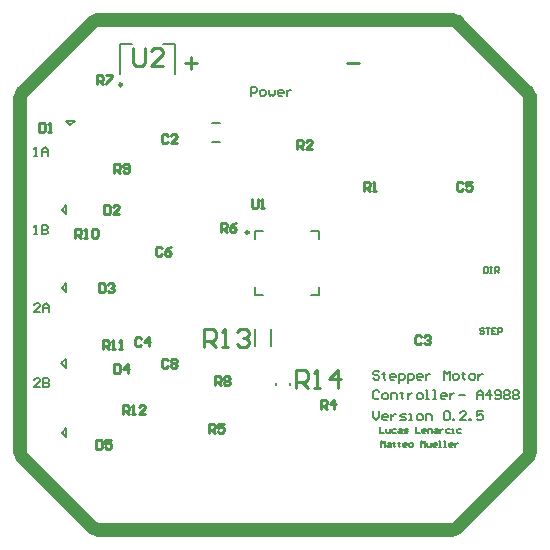
<source format=gto>
G04*
G04 #@! TF.GenerationSoftware,Altium Limited,Altium Designer,22.2.1 (43)*
G04*
G04 Layer_Color=65535*
%FSLAX25Y25*%
%MOIN*%
G70*
G04*
G04 #@! TF.SameCoordinates,E3E267CE-3B28-4E7D-86E6-9DA55300F0EE*
G04*
G04*
G04 #@! TF.FilePolarity,Positive*
G04*
G01*
G75*
%ADD10C,0.00984*%
%ADD11C,0.00787*%
%ADD12C,0.00800*%
%ADD13C,0.00600*%
%ADD14C,0.01000*%
%ADD15C,0.04724*%
D10*
X248092Y413700D02*
G03*
X248092Y413700I-492J0D01*
G01*
X290354Y364469D02*
G03*
X290354Y364469I-492J0D01*
G01*
D11*
X297802Y326501D02*
Y332299D01*
X292398Y326501D02*
Y332299D01*
X304261Y313606D02*
Y314394D01*
X299339Y313606D02*
Y314394D01*
X247545Y417172D02*
Y427409D01*
X251285D01*
X265655Y417172D02*
Y427409D01*
X261915D02*
X265655D01*
X292421Y343602D02*
X295079D01*
X292421D02*
Y346260D01*
X311221Y343602D02*
X313878D01*
Y346260D01*
Y362402D02*
Y365059D01*
X311221D02*
X313878D01*
X292421D02*
X295079D01*
X292421Y362402D02*
Y365059D01*
X278150Y400787D02*
X280906D01*
X278150Y394488D02*
X280906D01*
D12*
X229500Y296200D02*
Y299200D01*
X228000Y297700D02*
X229500Y299200D01*
X228000Y297700D02*
X229500Y296200D01*
Y370500D02*
Y373500D01*
X228000Y372000D02*
X229500Y373500D01*
X228000Y372000D02*
X229500Y370500D01*
X229400Y319400D02*
Y322400D01*
X227900Y320900D02*
X229400Y322400D01*
X227900Y320900D02*
X229400Y319400D01*
X229500Y344500D02*
Y347500D01*
X228000Y346000D02*
X229500Y347500D01*
X228000Y346000D02*
X229500Y344500D01*
X229300Y401700D02*
X232300D01*
X229300D02*
X230800Y400200D01*
X232300Y401700D01*
X333799Y317818D02*
X333299Y318318D01*
X332300D01*
X331800Y317818D01*
Y317318D01*
X332300Y316818D01*
X333299D01*
X333799Y316318D01*
Y315818D01*
X333299Y315318D01*
X332300D01*
X331800Y315818D01*
X335299Y317818D02*
Y317318D01*
X334799D01*
X335799D01*
X335299D01*
Y315818D01*
X335799Y315318D01*
X338798D02*
X337798D01*
X337298Y315818D01*
Y316818D01*
X337798Y317318D01*
X338798D01*
X339298Y316818D01*
Y316318D01*
X337298D01*
X340297Y314319D02*
Y317318D01*
X341797D01*
X342297Y316818D01*
Y315818D01*
X341797Y315318D01*
X340297D01*
X343296Y314319D02*
Y317318D01*
X344796D01*
X345296Y316818D01*
Y315818D01*
X344796Y315318D01*
X343296D01*
X347795D02*
X346795D01*
X346295Y315818D01*
Y316818D01*
X346795Y317318D01*
X347795D01*
X348295Y316818D01*
Y316318D01*
X346295D01*
X349294Y317318D02*
Y315318D01*
Y316318D01*
X349794Y316818D01*
X350294Y317318D01*
X350794D01*
X355292Y315318D02*
Y318318D01*
X356292Y317318D01*
X357292Y318318D01*
Y315318D01*
X358791D02*
X359791D01*
X360291Y315818D01*
Y316818D01*
X359791Y317318D01*
X358791D01*
X358291Y316818D01*
Y315818D01*
X358791Y315318D01*
X361790Y317818D02*
Y317318D01*
X361291D01*
X362290D01*
X361790D01*
Y315818D01*
X362290Y315318D01*
X364289D02*
X365289D01*
X365789Y315818D01*
Y316818D01*
X365289Y317318D01*
X364289D01*
X363790Y316818D01*
Y315818D01*
X364289Y315318D01*
X366789Y317318D02*
Y315318D01*
Y316318D01*
X367288Y316818D01*
X367788Y317318D01*
X368288D01*
X333799Y311299D02*
X333299Y311799D01*
X332300D01*
X331800Y311299D01*
Y309300D01*
X332300Y308800D01*
X333299D01*
X333799Y309300D01*
X335299Y308800D02*
X336298D01*
X336798Y309300D01*
Y310299D01*
X336298Y310799D01*
X335299D01*
X334799Y310299D01*
Y309300D01*
X335299Y308800D01*
X337798D02*
Y310799D01*
X339298D01*
X339797Y310299D01*
Y308800D01*
X341297Y311299D02*
Y310799D01*
X340797D01*
X341797D01*
X341297D01*
Y309300D01*
X341797Y308800D01*
X343296Y310799D02*
Y308800D01*
Y309800D01*
X343796Y310299D01*
X344296Y310799D01*
X344796D01*
X346795Y308800D02*
X347795D01*
X348295Y309300D01*
Y310299D01*
X347795Y310799D01*
X346795D01*
X346295Y310299D01*
Y309300D01*
X346795Y308800D01*
X349294D02*
X350294D01*
X349794D01*
Y311799D01*
X349294D01*
X351794Y308800D02*
X352793D01*
X352293D01*
Y311799D01*
X351794D01*
X355792Y308800D02*
X354793D01*
X354293Y309300D01*
Y310299D01*
X354793Y310799D01*
X355792D01*
X356292Y310299D01*
Y309800D01*
X354293D01*
X357292Y310799D02*
Y308800D01*
Y309800D01*
X357792Y310299D01*
X358291Y310799D01*
X358791D01*
X360291Y310299D02*
X362290D01*
X366289Y308800D02*
Y310799D01*
X367288Y311799D01*
X368288Y310799D01*
Y308800D01*
Y310299D01*
X366289D01*
X370787Y308800D02*
Y311799D01*
X369288Y310299D01*
X371287D01*
X372287Y309300D02*
X372787Y308800D01*
X373786D01*
X374286Y309300D01*
Y311299D01*
X373786Y311799D01*
X372787D01*
X372287Y311299D01*
Y310799D01*
X372787Y310299D01*
X374286D01*
X375286Y311299D02*
X375786Y311799D01*
X376785D01*
X377285Y311299D01*
Y310799D01*
X376785Y310299D01*
X377285Y309800D01*
Y309300D01*
X376785Y308800D01*
X375786D01*
X375286Y309300D01*
Y309800D01*
X375786Y310299D01*
X375286Y310799D01*
Y311299D01*
X375786Y310299D02*
X376785D01*
X378285Y311299D02*
X378785Y311799D01*
X379784D01*
X380284Y311299D01*
Y310799D01*
X379784Y310299D01*
X380284Y309800D01*
Y309300D01*
X379784Y308800D01*
X378785D01*
X378285Y309300D01*
Y309800D01*
X378785Y310299D01*
X378285Y310799D01*
Y311299D01*
X378785Y310299D02*
X379784D01*
X331800Y304799D02*
Y302800D01*
X332800Y301800D01*
X333799Y302800D01*
Y304799D01*
X336298Y301800D02*
X335299D01*
X334799Y302300D01*
Y303299D01*
X335299Y303799D01*
X336298D01*
X336798Y303299D01*
Y302800D01*
X334799D01*
X337798Y303799D02*
Y301800D01*
Y302800D01*
X338298Y303299D01*
X338798Y303799D01*
X339298D01*
X340797Y301800D02*
X342297D01*
X342796Y302300D01*
X342297Y302800D01*
X341297D01*
X340797Y303299D01*
X341297Y303799D01*
X342796D01*
X343796Y301800D02*
X344796D01*
X344296D01*
Y303799D01*
X343796D01*
X346795Y301800D02*
X347795D01*
X348295Y302300D01*
Y303299D01*
X347795Y303799D01*
X346795D01*
X346295Y303299D01*
Y302300D01*
X346795Y301800D01*
X349294D02*
Y303799D01*
X350794D01*
X351294Y303299D01*
Y301800D01*
X355292Y304299D02*
X355792Y304799D01*
X356792D01*
X357292Y304299D01*
Y302300D01*
X356792Y301800D01*
X355792D01*
X355292Y302300D01*
Y304299D01*
X358291Y301800D02*
Y302300D01*
X358791D01*
Y301800D01*
X358291D01*
X362790D02*
X360791D01*
X362790Y303799D01*
Y304299D01*
X362290Y304799D01*
X361291D01*
X360791Y304299D01*
X363790Y301800D02*
Y302300D01*
X364289D01*
Y301800D01*
X363790D01*
X368288Y304799D02*
X366289D01*
Y303299D01*
X367288Y303799D01*
X367788D01*
X368288Y303299D01*
Y302300D01*
X367788Y301800D01*
X366789D01*
X366289Y302300D01*
X220799Y312800D02*
X218800D01*
X220799Y314799D01*
Y315299D01*
X220300Y315799D01*
X219300D01*
X218800Y315299D01*
X221799Y315799D02*
Y312800D01*
X223299D01*
X223798Y313300D01*
Y313800D01*
X223299Y314300D01*
X221799D01*
X223299D01*
X223798Y314799D01*
Y315299D01*
X223299Y315799D01*
X221799D01*
X220799Y337800D02*
X218800D01*
X220799Y339799D01*
Y340299D01*
X220300Y340799D01*
X219300D01*
X218800Y340299D01*
X221799Y337800D02*
Y339799D01*
X222799Y340799D01*
X223798Y339799D01*
Y337800D01*
Y339300D01*
X221799D01*
X218800Y363800D02*
X219800D01*
X219300D01*
Y366799D01*
X218800Y366299D01*
X221299Y366799D02*
Y363800D01*
X222799D01*
X223299Y364300D01*
Y364800D01*
X222799Y365300D01*
X221299D01*
X222799D01*
X223299Y365799D01*
Y366299D01*
X222799Y366799D01*
X221299D01*
X218800Y389800D02*
X219800D01*
X219300D01*
Y392799D01*
X218800Y392299D01*
X221299Y389800D02*
Y391799D01*
X222299Y392799D01*
X223299Y391799D01*
Y389800D01*
Y391300D01*
X221299D01*
X368800Y352799D02*
Y350800D01*
X369800D01*
X370133Y351133D01*
Y352466D01*
X369800Y352799D01*
X368800D01*
X370799D02*
X371466D01*
X371133D01*
Y350800D01*
X370799D01*
X371466D01*
X372465D02*
Y352799D01*
X373465D01*
X373798Y352466D01*
Y351800D01*
X373465Y351466D01*
X372465D01*
X373132D02*
X373798Y350800D01*
X291000Y410100D02*
Y413099D01*
X292499D01*
X292999Y412599D01*
Y411599D01*
X292499Y411100D01*
X291000D01*
X294499Y410100D02*
X295498D01*
X295998Y410600D01*
Y411599D01*
X295498Y412099D01*
X294499D01*
X293999Y411599D01*
Y410600D01*
X294499Y410100D01*
X296998Y412099D02*
Y410600D01*
X297498Y410100D01*
X297998Y410600D01*
X298498Y410100D01*
X298997Y410600D01*
Y412099D01*
X301497Y410100D02*
X300497D01*
X299997Y410600D01*
Y411599D01*
X300497Y412099D01*
X301497D01*
X301996Y411599D01*
Y411100D01*
X299997D01*
X302996Y412099D02*
Y410100D01*
Y411100D01*
X303496Y411599D01*
X303996Y412099D01*
X304496D01*
D13*
X334300Y293100D02*
Y295099D01*
X334966Y294433D01*
X335633Y295099D01*
Y293100D01*
X336633Y294433D02*
X337299D01*
X337632Y294100D01*
Y293100D01*
X336633D01*
X336299Y293433D01*
X336633Y293766D01*
X337632D01*
X338632Y294766D02*
Y294433D01*
X338299D01*
X338965D01*
X338632D01*
Y293433D01*
X338965Y293100D01*
X340298Y294766D02*
Y294433D01*
X339965D01*
X340631D01*
X340298D01*
Y293433D01*
X340631Y293100D01*
X342631D02*
X341964D01*
X341631Y293433D01*
Y294100D01*
X341964Y294433D01*
X342631D01*
X342964Y294100D01*
Y293766D01*
X341631D01*
X343964Y293100D02*
X344630D01*
X344963Y293433D01*
Y294100D01*
X344630Y294433D01*
X343964D01*
X343630Y294100D01*
Y293433D01*
X343964Y293100D01*
X347629D02*
Y295099D01*
X348295Y294433D01*
X348962Y295099D01*
Y293100D01*
X349628Y294433D02*
Y293433D01*
X349962Y293100D01*
X350961D01*
Y294433D01*
X352627Y293100D02*
X351961D01*
X351628Y293433D01*
Y294100D01*
X351961Y294433D01*
X352627D01*
X352961Y294100D01*
Y293766D01*
X351628D01*
X353627Y293100D02*
X354293D01*
X353960D01*
Y295099D01*
X353627D01*
X355293Y293100D02*
X355960D01*
X355626D01*
Y295099D01*
X355293D01*
X357959Y293100D02*
X357293D01*
X356959Y293433D01*
Y294100D01*
X357293Y294433D01*
X357959D01*
X358292Y294100D01*
Y293766D01*
X356959D01*
X358959Y294433D02*
Y293100D01*
Y293766D01*
X359292Y294100D01*
X359625Y294433D01*
X359958D01*
X334000Y299499D02*
Y297500D01*
X335333D01*
X335999Y298833D02*
Y297833D01*
X336333Y297500D01*
X337332D01*
Y298833D01*
X339332D02*
X338332D01*
X337999Y298500D01*
Y297833D01*
X338332Y297500D01*
X339332D01*
X340331Y298833D02*
X340998D01*
X341331Y298500D01*
Y297500D01*
X340331D01*
X339998Y297833D01*
X340331Y298166D01*
X341331D01*
X341997Y297500D02*
X342997D01*
X343330Y297833D01*
X342997Y298166D01*
X342331D01*
X341997Y298500D01*
X342331Y298833D01*
X343330D01*
X345996Y299499D02*
Y297500D01*
X347329D01*
X348995D02*
X348329D01*
X347995Y297833D01*
Y298500D01*
X348329Y298833D01*
X348995D01*
X349328Y298500D01*
Y298166D01*
X347995D01*
X349995Y297500D02*
Y298833D01*
X350994D01*
X351328Y298500D01*
Y297500D01*
X352327Y298833D02*
X352994D01*
X353327Y298500D01*
Y297500D01*
X352327D01*
X351994Y297833D01*
X352327Y298166D01*
X353327D01*
X353994Y298833D02*
Y297500D01*
Y298166D01*
X354327Y298500D01*
X354660Y298833D01*
X354993D01*
X357326D02*
X356326D01*
X355993Y298500D01*
Y297833D01*
X356326Y297500D01*
X357326D01*
X357992D02*
X358659D01*
X358325D01*
Y298833D01*
X357992D01*
X360991D02*
X359992D01*
X359658Y298500D01*
Y297833D01*
X359992Y297500D01*
X360991D01*
X368933Y332266D02*
X368600Y332599D01*
X367933D01*
X367600Y332266D01*
Y331933D01*
X367933Y331600D01*
X368600D01*
X368933Y331266D01*
Y330933D01*
X368600Y330600D01*
X367933D01*
X367600Y330933D01*
X369599Y332599D02*
X370932D01*
X370266D01*
Y330600D01*
X372932Y332599D02*
X371599D01*
Y330600D01*
X372932D01*
X371599Y331600D02*
X372265D01*
X373598Y330600D02*
Y332599D01*
X374598D01*
X374931Y332266D01*
Y331600D01*
X374598Y331266D01*
X373598D01*
D14*
X323000Y421000D02*
X326999D01*
X269000Y420999D02*
X272999D01*
X270999Y422999D02*
Y419000D01*
X275302Y326201D02*
Y332199D01*
X278302D01*
X279301Y331199D01*
Y329200D01*
X278302Y328200D01*
X275302D01*
X277302D02*
X279301Y326201D01*
X281300D02*
X283300D01*
X282300D01*
Y332199D01*
X281300Y331199D01*
X286299D02*
X287298Y332199D01*
X289298D01*
X290298Y331199D01*
Y330200D01*
X289298Y329200D01*
X288298D01*
X289298D01*
X290298Y328200D01*
Y327201D01*
X289298Y326201D01*
X287298D01*
X286299Y327201D01*
X306102Y312701D02*
Y318699D01*
X309102D01*
X310101Y317699D01*
Y315700D01*
X309102Y314700D01*
X306102D01*
X308102D02*
X310101Y312701D01*
X312101D02*
X314100D01*
X313100D01*
Y318699D01*
X312101Y317699D01*
X320098Y312701D02*
Y318699D01*
X317099Y315700D01*
X321098D01*
X251702Y425999D02*
Y421001D01*
X252701Y420001D01*
X254701D01*
X255700Y421001D01*
Y425999D01*
X261698Y420001D02*
X257700D01*
X261698Y424000D01*
Y424999D01*
X260699Y425999D01*
X258699D01*
X257700Y424999D01*
X248351Y303901D02*
Y306899D01*
X249851D01*
X250351Y306400D01*
Y305400D01*
X249851Y304900D01*
X248351D01*
X249351D02*
X250351Y303901D01*
X251350D02*
X252350D01*
X251850D01*
Y306899D01*
X251350Y306400D01*
X255849Y303901D02*
X253849D01*
X255849Y305900D01*
Y306400D01*
X255349Y306899D01*
X254349D01*
X253849Y306400D01*
X241751Y325500D02*
Y328500D01*
X243251D01*
X243750Y328000D01*
Y327000D01*
X243251Y326500D01*
X241751D01*
X242751D02*
X243750Y325500D01*
X244750D02*
X245750D01*
X245250D01*
Y328500D01*
X244750Y328000D01*
X247249Y325500D02*
X248249D01*
X247749D01*
Y328500D01*
X247249Y328000D01*
X232472Y362674D02*
Y365673D01*
X233971D01*
X234471Y365173D01*
Y364173D01*
X233971Y363673D01*
X232472D01*
X233471D02*
X234471Y362674D01*
X235471D02*
X236470D01*
X235971D01*
Y365673D01*
X235471Y365173D01*
X237970D02*
X238470Y365673D01*
X239469D01*
X239969Y365173D01*
Y363174D01*
X239469Y362674D01*
X238470D01*
X237970Y363174D01*
Y365173D01*
X245532Y384327D02*
Y387326D01*
X247032D01*
X247532Y386826D01*
Y385827D01*
X247032Y385327D01*
X245532D01*
X246532D02*
X247532Y384327D01*
X248531Y384827D02*
X249031Y384327D01*
X250031D01*
X250531Y384827D01*
Y386826D01*
X250031Y387326D01*
X249031D01*
X248531Y386826D01*
Y386327D01*
X249031Y385827D01*
X250531D01*
X239627Y413855D02*
Y416854D01*
X241126D01*
X241626Y416354D01*
Y415354D01*
X241126Y414854D01*
X239627D01*
X240627D02*
X241626Y413855D01*
X242626Y416854D02*
X244625D01*
Y416354D01*
X242626Y414355D01*
Y413855D01*
X239501Y295300D02*
Y292301D01*
X241000D01*
X241500Y292800D01*
Y294800D01*
X241000Y295300D01*
X239501D01*
X244499D02*
X242500D01*
Y293800D01*
X243499Y294300D01*
X243999D01*
X244499Y293800D01*
Y292800D01*
X243999Y292301D01*
X243000D01*
X242500Y292800D01*
X245501Y320499D02*
Y317500D01*
X247000D01*
X247500Y318000D01*
Y320000D01*
X247000Y320499D01*
X245501D01*
X249999Y317500D02*
Y320499D01*
X248500Y319000D01*
X250499D01*
X240280Y347499D02*
Y344500D01*
X241780D01*
X242280Y345000D01*
Y347000D01*
X241780Y347499D01*
X240280D01*
X243279Y347000D02*
X243779Y347499D01*
X244779D01*
X245279Y347000D01*
Y346500D01*
X244779Y346000D01*
X244279D01*
X244779D01*
X245279Y345500D01*
Y345000D01*
X244779Y344500D01*
X243779D01*
X243279Y345000D01*
X242249Y373499D02*
Y370500D01*
X243748D01*
X244248Y371000D01*
Y373000D01*
X243748Y373499D01*
X242249D01*
X247247Y370500D02*
X245248D01*
X247247Y372500D01*
Y373000D01*
X246747Y373499D01*
X245748D01*
X245248Y373000D01*
X220442Y401106D02*
Y398107D01*
X221941D01*
X222441Y398607D01*
Y400606D01*
X221941Y401106D01*
X220442D01*
X223441Y398107D02*
X224440D01*
X223940D01*
Y401106D01*
X223441Y400606D01*
X291308Y375515D02*
Y373016D01*
X291808Y372516D01*
X292807D01*
X293307Y373016D01*
Y375515D01*
X294307Y372516D02*
X295306D01*
X294807D01*
Y375515D01*
X294307Y375015D01*
X278997Y313461D02*
Y316460D01*
X280496D01*
X280996Y315960D01*
Y314961D01*
X280496Y314461D01*
X278997D01*
X279996D02*
X280996Y313461D01*
X281996Y315960D02*
X282496Y316460D01*
X283495D01*
X283995Y315960D01*
Y315460D01*
X283495Y314961D01*
X283995Y314461D01*
Y313961D01*
X283495Y313461D01*
X282496D01*
X281996Y313961D01*
Y314461D01*
X282496Y314961D01*
X281996Y315460D01*
Y315960D01*
X282496Y314961D02*
X283495D01*
X280965Y364642D02*
Y367641D01*
X282465D01*
X282965Y367141D01*
Y366142D01*
X282465Y365642D01*
X280965D01*
X281965D02*
X282965Y364642D01*
X285964Y367641D02*
X284964Y367141D01*
X283964Y366142D01*
Y365142D01*
X284464Y364642D01*
X285464D01*
X285964Y365142D01*
Y365642D01*
X285464Y366142D01*
X283964D01*
X277028Y297713D02*
Y300712D01*
X278528D01*
X279028Y300212D01*
Y299213D01*
X278528Y298713D01*
X277028D01*
X278028D02*
X279028Y297713D01*
X282027Y300712D02*
X280027D01*
Y299213D01*
X281027Y299712D01*
X281527D01*
X282027Y299213D01*
Y298213D01*
X281527Y297713D01*
X280527D01*
X280027Y298213D01*
X314401Y305700D02*
Y308699D01*
X315900D01*
X316400Y308200D01*
Y307200D01*
X315900Y306700D01*
X314401D01*
X315401D02*
X316400Y305700D01*
X318899D02*
Y308699D01*
X317400Y307200D01*
X319399D01*
X306556Y392201D02*
Y395200D01*
X308055D01*
X308555Y394701D01*
Y393701D01*
X308055Y393201D01*
X306556D01*
X307556D02*
X308555Y392201D01*
X311554D02*
X309555D01*
X311554Y394201D01*
Y394701D01*
X311054Y395200D01*
X310055D01*
X309555Y394701D01*
X328709Y378422D02*
Y381421D01*
X330209D01*
X330709Y380921D01*
Y379921D01*
X330209Y379421D01*
X328709D01*
X329709D02*
X330709Y378422D01*
X331708D02*
X332708D01*
X332208D01*
Y381421D01*
X331708Y380921D01*
X263299Y321899D02*
X262800Y322399D01*
X261800D01*
X261300Y321899D01*
Y319900D01*
X261800Y319400D01*
X262800D01*
X263299Y319900D01*
X264299Y321899D02*
X264799Y322399D01*
X265798D01*
X266298Y321899D01*
Y321399D01*
X265798Y320900D01*
X266298Y320400D01*
Y319900D01*
X265798Y319400D01*
X264799D01*
X264299Y319900D01*
Y320400D01*
X264799Y320900D01*
X264299Y321399D01*
Y321899D01*
X264799Y320900D02*
X265798D01*
X261311Y359267D02*
X260811Y359767D01*
X259812D01*
X259312Y359267D01*
Y357268D01*
X259812Y356768D01*
X260811D01*
X261311Y357268D01*
X264310Y359767D02*
X263311Y359267D01*
X262311Y358268D01*
Y357268D01*
X262811Y356768D01*
X263810D01*
X264310Y357268D01*
Y357768D01*
X263810Y358268D01*
X262311D01*
X361705Y380921D02*
X361205Y381421D01*
X360205D01*
X359705Y380921D01*
Y378922D01*
X360205Y378422D01*
X361205D01*
X361705Y378922D01*
X364704Y381421D02*
X362705D01*
Y379921D01*
X363704Y380421D01*
X364204D01*
X364704Y379921D01*
Y378922D01*
X364204Y378422D01*
X363204D01*
X362705Y378922D01*
X254500Y329000D02*
X254000Y329500D01*
X253001D01*
X252501Y329000D01*
Y327000D01*
X253001Y326501D01*
X254000D01*
X254500Y327000D01*
X256999Y326501D02*
Y329500D01*
X255500Y328000D01*
X257499D01*
X347925Y329740D02*
X347426Y330240D01*
X346426D01*
X345926Y329740D01*
Y327741D01*
X346426Y327241D01*
X347426D01*
X347925Y327741D01*
X348925Y329740D02*
X349425Y330240D01*
X350425D01*
X350924Y329740D01*
Y329240D01*
X350425Y328740D01*
X349925D01*
X350425D01*
X350924Y328240D01*
Y327741D01*
X350425Y327241D01*
X349425D01*
X348925Y327741D01*
X263280Y396669D02*
X262780Y397169D01*
X261780D01*
X261280Y396669D01*
Y394670D01*
X261780Y394170D01*
X262780D01*
X263280Y394670D01*
X266279Y394170D02*
X264279D01*
X266279Y396169D01*
Y396669D01*
X265779Y397169D01*
X264779D01*
X264279Y396669D01*
D15*
X384252Y409449D02*
G03*
X383560Y411119I-2362J0D01*
G01*
X384252Y409449D02*
G03*
X383560Y411119I-2362J0D01*
G01*
X359938Y434741D02*
G03*
X358268Y435433I-1670J-1670D01*
G01*
X359938Y434741D02*
G03*
X358268Y435433I-1670J-1670D01*
G01*
X383560Y289668D02*
G03*
X384252Y291339I-1670J1670D01*
G01*
X383560Y289668D02*
G03*
X384252Y291339I-1670J1670D01*
G01*
X358268Y265354D02*
G03*
X359938Y266046I0J2362D01*
G01*
X358268Y265354D02*
G03*
X359938Y266046I0J2362D01*
G01*
X240158Y435433D02*
G03*
X238487Y434741I0J-2362D01*
G01*
X240158Y435433D02*
G03*
X238487Y434741I0J-2362D01*
G01*
X214865Y411119D02*
G03*
X214173Y409449I1670J-1670D01*
G01*
X214865Y411119D02*
G03*
X214173Y409449I1670J-1670D01*
G01*
X238487Y266046D02*
G03*
X240158Y265354I1670J1670D01*
G01*
X214173Y291339D02*
G03*
X214865Y289668I2362J0D01*
G01*
X214173Y291339D02*
G03*
X214865Y289668I2362J0D01*
G01*
X238487Y266046D02*
G03*
X240158Y265354I1670J1670D01*
G01*
X358268D01*
X214865Y289668D02*
X238487Y266046D01*
X214173Y291339D02*
Y409449D01*
X359938Y434741D02*
X383560Y411119D01*
X384252Y291339D02*
Y409449D01*
X359938Y266046D02*
X383560Y289668D01*
X240158Y435433D02*
X358268D01*
X214865Y411119D02*
X238487Y434741D01*
M02*

</source>
